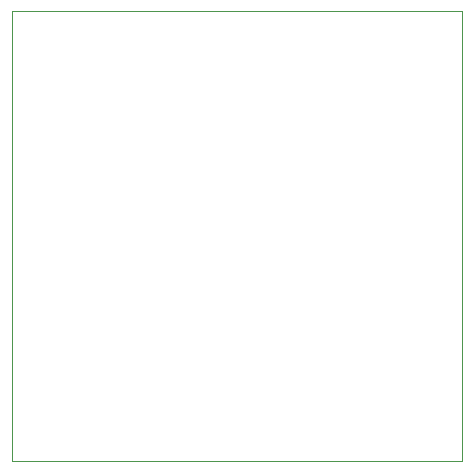
<source format=gbr>
%TF.GenerationSoftware,KiCad,Pcbnew,9.0.2*%
%TF.CreationDate,2025-05-24T10:18:39-07:00*%
%TF.ProjectId,sensor_eval_brd,73656e73-6f72-45f6-9576-616c5f627264,rev?*%
%TF.SameCoordinates,Original*%
%TF.FileFunction,Profile,NP*%
%FSLAX46Y46*%
G04 Gerber Fmt 4.6, Leading zero omitted, Abs format (unit mm)*
G04 Created by KiCad (PCBNEW 9.0.2) date 2025-05-24 10:18:39*
%MOMM*%
%LPD*%
G01*
G04 APERTURE LIST*
%TA.AperFunction,Profile*%
%ADD10C,0.050000*%
%TD*%
G04 APERTURE END LIST*
D10*
X133350000Y-77330000D02*
X171450000Y-77330000D01*
X171450000Y-115430000D01*
X133350000Y-115430000D01*
X133350000Y-77330000D01*
M02*

</source>
